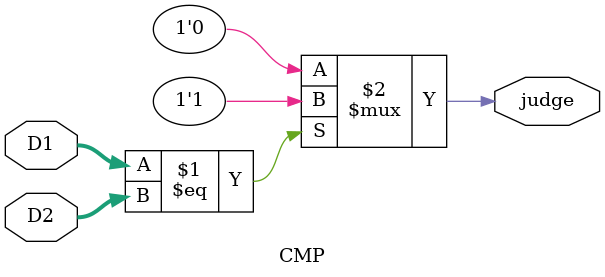
<source format=v>
`timescale 1ns / 1ps
module CMP(
    input[31:0] D1,
	 input[31:0] D2,
	 output judge
    );
	 assign judge=(D1==D2)?1'b1:1'b0;
endmodule

</source>
